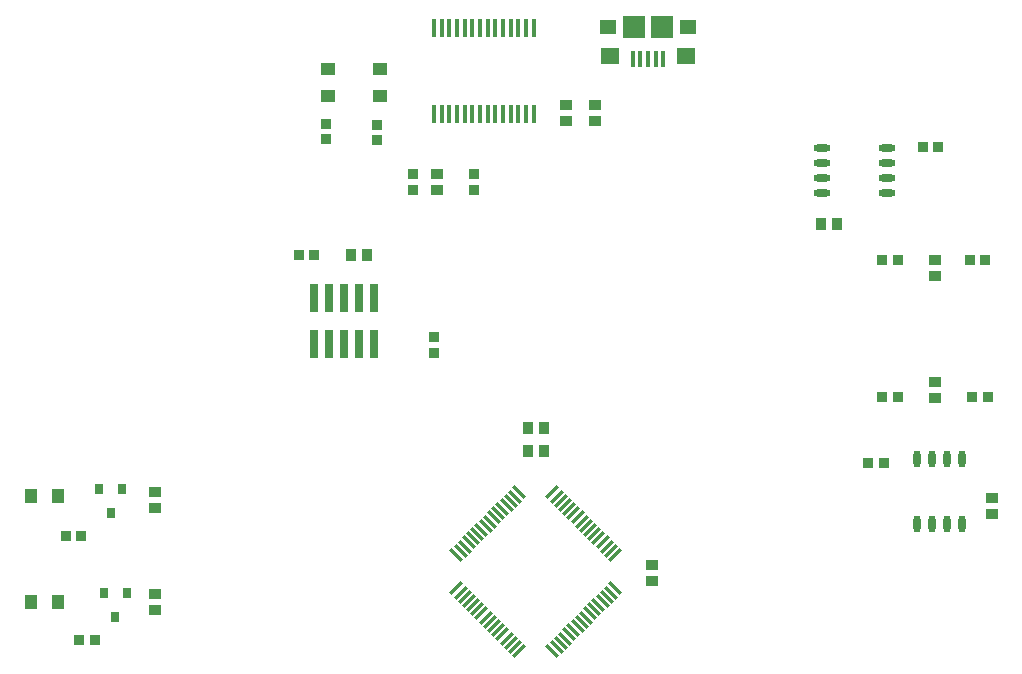
<source format=gtp>
G04*
G04 #@! TF.GenerationSoftware,Altium Limited,Altium Designer,19.1.8 (144)*
G04*
G04 Layer_Color=8421504*
%FSLAX25Y25*%
%MOIN*%
G70*
G01*
G75*
%ADD18R,0.03347X0.03740*%
%ADD19R,0.03740X0.03347*%
G04:AMPARAMS|DCode=20|XSize=11.81mil|YSize=53.15mil|CornerRadius=0mil|HoleSize=0mil|Usage=FLASHONLY|Rotation=315.000|XOffset=0mil|YOffset=0mil|HoleType=Round|Shape=Rectangle|*
%AMROTATEDRECTD20*
4,1,4,-0.02297,-0.01462,0.01462,0.02297,0.02297,0.01462,-0.01462,-0.02297,-0.02297,-0.01462,0.0*
%
%ADD20ROTATEDRECTD20*%

G04:AMPARAMS|DCode=21|XSize=11.81mil|YSize=53.15mil|CornerRadius=0mil|HoleSize=0mil|Usage=FLASHONLY|Rotation=45.000|XOffset=0mil|YOffset=0mil|HoleType=Round|Shape=Rectangle|*
%AMROTATEDRECTD21*
4,1,4,0.01462,-0.02297,-0.02297,0.01462,-0.01462,0.02297,0.02297,-0.01462,0.01462,-0.02297,0.0*
%
%ADD21ROTATEDRECTD21*%

%ADD22R,0.03937X0.03543*%
%ADD23R,0.01181X0.06496*%
%ADD24O,0.02362X0.05709*%
%ADD25O,0.05709X0.02362*%
%ADD26R,0.02992X0.09449*%
%ADD27R,0.03150X0.03543*%
%ADD28R,0.01575X0.05315*%
%ADD29R,0.06299X0.05512*%
%ADD30R,0.05709X0.05118*%
%ADD31R,0.07480X0.07480*%
%ADD32R,0.05118X0.04331*%
%ADD33R,0.04331X0.05118*%
%ADD34R,0.03543X0.03937*%
D18*
X44685Y174016D02*
D03*
X49803D02*
D03*
X40157Y208661D02*
D03*
X45276D02*
D03*
X117913Y302362D02*
D03*
X123032D02*
D03*
X307677Y233071D02*
D03*
X312795D02*
D03*
X342323Y255118D02*
D03*
X347441D02*
D03*
X312402Y255118D02*
D03*
X317520D02*
D03*
X330906Y338583D02*
D03*
X325787D02*
D03*
X341535Y300787D02*
D03*
X346654D02*
D03*
X312402Y300787D02*
D03*
X317520D02*
D03*
D19*
X176378Y324213D02*
D03*
Y329331D02*
D03*
X144095Y345866D02*
D03*
Y340748D02*
D03*
X126772Y346063D02*
D03*
Y340945D02*
D03*
X155905Y329331D02*
D03*
Y324213D02*
D03*
X162992Y269882D02*
D03*
Y275000D02*
D03*
D20*
X202418Y223297D02*
D03*
X203810Y221905D02*
D03*
X205202Y220513D02*
D03*
X206594Y219121D02*
D03*
X207986Y217729D02*
D03*
X209378Y216337D02*
D03*
X210770Y214946D02*
D03*
X212162Y213554D02*
D03*
X213554Y212162D02*
D03*
X214946Y210770D02*
D03*
X216337Y209378D02*
D03*
X217729Y207986D02*
D03*
X219121Y206594D02*
D03*
X220513Y205202D02*
D03*
X221905Y203810D02*
D03*
X223297Y202418D02*
D03*
X191283Y170403D02*
D03*
X189891Y171795D02*
D03*
X188499Y173187D02*
D03*
X187107Y174579D02*
D03*
X185715Y175971D02*
D03*
X184323Y177363D02*
D03*
X182931Y178755D02*
D03*
X181539Y180147D02*
D03*
X180147Y181539D02*
D03*
X178755Y182931D02*
D03*
X177363Y184323D02*
D03*
X175971Y185715D02*
D03*
X174579Y187107D02*
D03*
X173187Y188499D02*
D03*
X171795Y189891D02*
D03*
X170403Y191283D02*
D03*
D21*
X223297D02*
D03*
X221905Y189891D02*
D03*
X220513Y188499D02*
D03*
X219122Y187107D02*
D03*
X217729Y185715D02*
D03*
X216338Y184323D02*
D03*
X214946Y182931D02*
D03*
X213554Y181539D02*
D03*
X212162Y180147D02*
D03*
X210770Y178755D02*
D03*
X209378Y177363D02*
D03*
X207986Y175971D02*
D03*
X206594Y174579D02*
D03*
X205202Y173187D02*
D03*
X203810Y171795D02*
D03*
X202418Y170403D02*
D03*
X170403Y202418D02*
D03*
X171795Y203810D02*
D03*
X173187Y205202D02*
D03*
X174579Y206594D02*
D03*
X175971Y207986D02*
D03*
X177363Y209378D02*
D03*
X178755Y210770D02*
D03*
X180147Y212162D02*
D03*
X181539Y213554D02*
D03*
X182931Y214946D02*
D03*
X184323Y216338D02*
D03*
X185715Y217729D02*
D03*
X187107Y219122D02*
D03*
X188499Y220513D02*
D03*
X189891Y221905D02*
D03*
X191283Y223297D02*
D03*
D22*
X216535Y346949D02*
D03*
Y352264D02*
D03*
X207086Y346949D02*
D03*
Y352264D02*
D03*
X235433Y199016D02*
D03*
Y193701D02*
D03*
X329921Y254823D02*
D03*
Y260138D02*
D03*
X348819Y215945D02*
D03*
Y221260D02*
D03*
X163780Y324114D02*
D03*
Y329429D02*
D03*
X329921Y300591D02*
D03*
Y295276D02*
D03*
X70079Y218110D02*
D03*
Y223425D02*
D03*
X70079Y183957D02*
D03*
Y189272D02*
D03*
D23*
X162894Y349508D02*
D03*
X165453D02*
D03*
X168012D02*
D03*
X170571D02*
D03*
X173130D02*
D03*
X175689D02*
D03*
X178248D02*
D03*
X180807D02*
D03*
X183366D02*
D03*
X185925D02*
D03*
X188484D02*
D03*
X191043D02*
D03*
X193602D02*
D03*
X196161D02*
D03*
X162894Y378051D02*
D03*
X165453D02*
D03*
X168012D02*
D03*
X170571D02*
D03*
X173130D02*
D03*
X175689D02*
D03*
X178248D02*
D03*
X180807D02*
D03*
X183366D02*
D03*
X185925D02*
D03*
X188484D02*
D03*
X191043D02*
D03*
X193602D02*
D03*
X196161D02*
D03*
D24*
X338996Y234350D02*
D03*
X333996D02*
D03*
X328996D02*
D03*
X323996D02*
D03*
X338996Y212894D02*
D03*
X333996D02*
D03*
X328996D02*
D03*
X323996D02*
D03*
D25*
X313878Y323209D02*
D03*
Y328209D02*
D03*
Y333209D02*
D03*
Y338209D02*
D03*
X292421Y323209D02*
D03*
Y328209D02*
D03*
Y333209D02*
D03*
Y338209D02*
D03*
D26*
X123071Y272835D02*
D03*
Y288189D02*
D03*
X128071Y272835D02*
D03*
Y288189D02*
D03*
X133071Y272835D02*
D03*
Y288189D02*
D03*
X138071Y272835D02*
D03*
Y288189D02*
D03*
X143071Y272835D02*
D03*
Y288189D02*
D03*
D27*
X55118Y216535D02*
D03*
X51378Y224409D02*
D03*
X58858D02*
D03*
X56693Y181890D02*
D03*
X52953Y189764D02*
D03*
X60433D02*
D03*
D28*
X239370Y367815D02*
D03*
X236811D02*
D03*
X234252D02*
D03*
X231693D02*
D03*
X229134D02*
D03*
D29*
X246850Y368701D02*
D03*
X221654D02*
D03*
D30*
X247736Y378346D02*
D03*
X220768D02*
D03*
D31*
X238976D02*
D03*
X229528D02*
D03*
D32*
X144882Y355315D02*
D03*
Y364370D02*
D03*
X127559Y364370D02*
D03*
Y355315D02*
D03*
D33*
X37598Y222047D02*
D03*
X28543D02*
D03*
X37598Y186614D02*
D03*
X28543D02*
D03*
D34*
X194193Y237008D02*
D03*
X199508D02*
D03*
X194193Y244882D02*
D03*
X199508D02*
D03*
X140453Y302362D02*
D03*
X135138D02*
D03*
X297146Y312598D02*
D03*
X291831D02*
D03*
M02*

</source>
